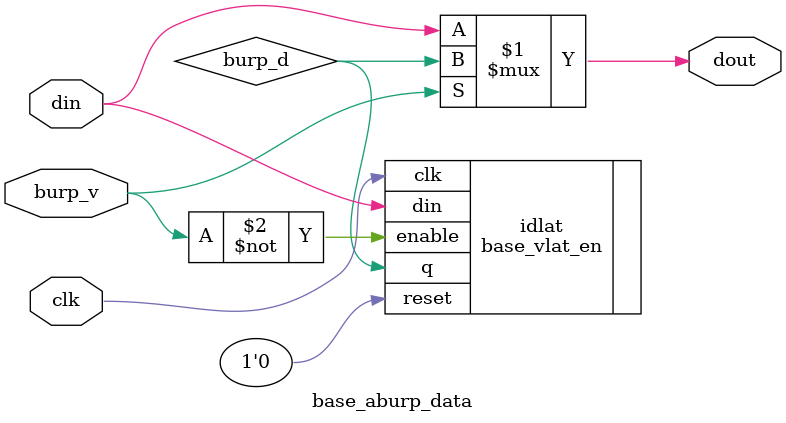
<source format=sv>
/*
 * Copyright 2017 IBM Corporation
 * Licensed to the Apache Software Foundation (ASF) under one
 * or more contributor license agreements.  See the NOTICE file
 * distributed with this work for additional information
 * regarding copyright ownership.  The ASF licenses this file
 * to you under the Apache License, Version 2.0 (the
 * "License"); you may not use this file except in compliance
 * with the License.  You may obtain a copy of the License at
 *
 *     http://www.apache.org/licenses/LICENSE-2.0
 *
 * Unless required by applicable law or agreed to in writing, software
 * distributed under the License is distributed on an "AS IS" BASIS,
 * WITHOUT WARRANTIES OR CONDITIONS OF ANY KIND, either express or implied.
 * See the License for the specific language governing permissions and
 * limitations under the License.
 *
 * Author: Andrew K Martin akmartin@us.ibm.com
 */
 
// component of base_aburp.  Do not use directly
module base_aburp_data#
  ( parameter width=1
   )
   (
    input 	       clk,
    input 	       burp_v,
    input [0:width-1]  din,
    output [0:width-1] dout
    );
   wire [0:width-1]   burp_d;
   assign dout = burp_v ? burp_d : din;
   base_vlat_en#(.width(width)) idlat(.clk(clk), .reset(1'b0), .enable(~burp_v), .din(din), .q(burp_d));
endmodule // base_burp

   
	     
	 
   
   


</source>
